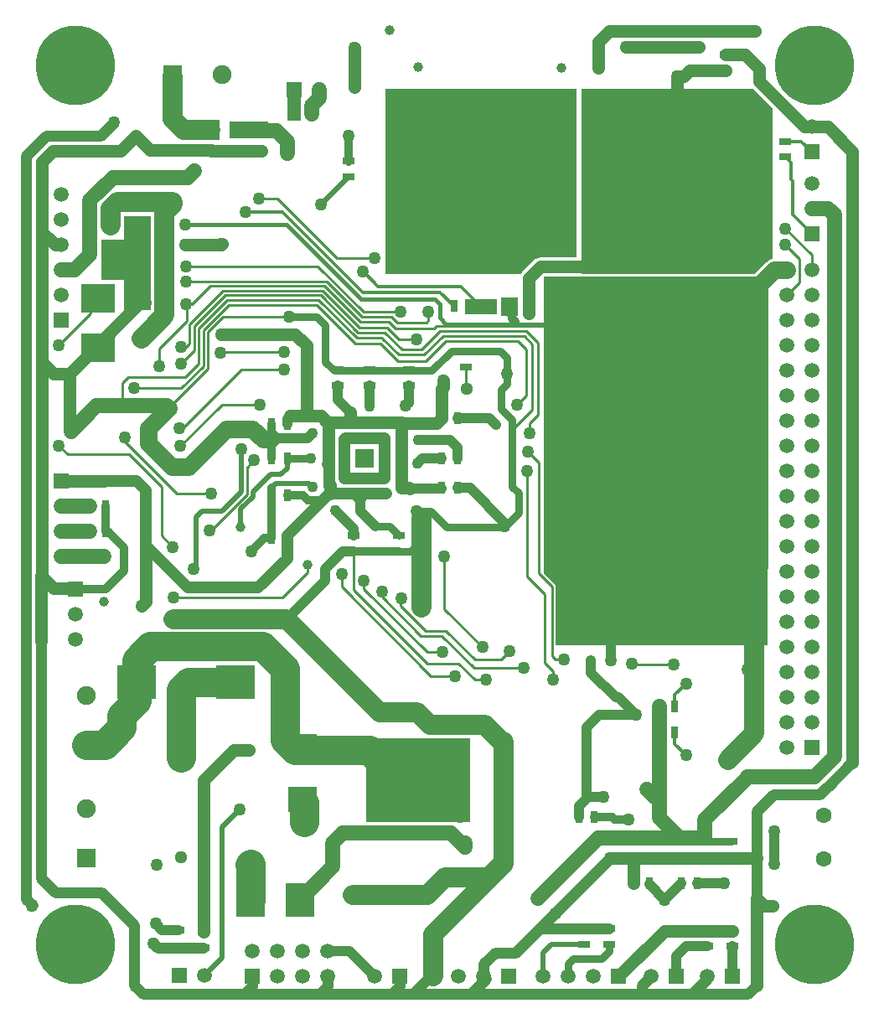
<source format=gbl>
%FSLAX24Y24*%
%MOIN*%
G70*
G01*
G75*
G04 Layer_Physical_Order=2*
G04 Layer_Color=16711680*
%ADD10R,0.0512X0.0315*%
%ADD11R,0.0315X0.0512*%
%ADD12R,0.1378X0.1181*%
%ADD13R,0.1181X0.1378*%
%ADD14R,0.1575X0.1339*%
%ADD15R,0.1142X0.1024*%
%ADD16C,0.0512*%
%ADD17C,0.0394*%
%ADD18C,0.0087*%
%ADD19C,0.0787*%
%ADD20C,0.0591*%
%ADD21C,0.0433*%
%ADD22C,0.0315*%
%ADD23C,0.1181*%
%ADD24C,0.0472*%
%ADD25C,0.0346*%
%ADD26C,0.0197*%
%ADD27C,0.0118*%
%ADD28C,0.0098*%
%ADD29C,0.0157*%
%ADD30C,0.0709*%
%ADD31R,0.1895X0.1648*%
%ADD32R,0.1102X0.3730*%
%ADD33R,0.1519X0.0665*%
%ADD34R,0.0750X0.0750*%
%ADD35R,0.1300X0.0600*%
%ADD36R,0.0669X0.0748*%
%ADD37R,0.0620X0.0792*%
%ADD38R,0.0517X0.1553*%
%ADD39R,0.8944X1.1604*%
%ADD40R,0.1906X0.1516*%
%ADD41R,0.4161X0.3343*%
%ADD42C,0.0394*%
%ADD43R,0.0591X0.0591*%
%ADD44C,0.0591*%
%ADD45R,0.0591X0.0591*%
%ADD46C,0.0748*%
%ADD47R,0.0748X0.0748*%
%ADD48R,0.0748X0.0748*%
%ADD49C,0.0512*%
%ADD50C,0.3150*%
%ADD51C,0.0433*%
%ADD52C,0.0500*%
%ADD53C,0.0630*%
G36*
X49992Y44398D02*
X49988Y44394D01*
X49969Y44374D01*
X41548D01*
Y46723D01*
X41537Y46778D01*
X41505Y46825D01*
X41081Y47250D01*
X41072Y59033D01*
X41074Y59035D01*
X49992D01*
Y44398D01*
D02*
G37*
G36*
X42369Y59806D02*
X40945D01*
X40852Y59794D01*
X40766Y59758D01*
X40692Y59702D01*
X40692Y59702D01*
X40220Y59229D01*
X40163Y59155D01*
X40156Y59139D01*
X34770D01*
Y66521D01*
X42369D01*
Y59806D01*
D02*
G37*
G36*
X50197Y65757D02*
Y59748D01*
X50142Y59741D01*
X50032Y59695D01*
X49938Y59623D01*
X49454Y59139D01*
X42598D01*
Y66521D01*
X49433D01*
X50197Y65757D01*
D02*
G37*
%LPC*%
G36*
X47294Y52576D02*
X47009D01*
Y52292D01*
X47041Y52296D01*
X47126Y52331D01*
X47199Y52387D01*
X47254Y52460D01*
X47289Y52544D01*
X47294Y52576D01*
D02*
G37*
G36*
X46891D02*
X46606D01*
X46611Y52544D01*
X46646Y52460D01*
X46701Y52387D01*
X46774Y52331D01*
X46859Y52296D01*
X46891Y52292D01*
Y52576D01*
D02*
G37*
G36*
X41620Y52294D02*
Y52009D01*
X41904D01*
X41900Y52041D01*
X41865Y52126D01*
X41809Y52199D01*
X41736Y52255D01*
X41651Y52290D01*
X41620Y52294D01*
D02*
G37*
G36*
X47641Y52576D02*
X47356D01*
X47361Y52544D01*
X47396Y52460D01*
X47452Y52387D01*
X47524Y52331D01*
X47609Y52296D01*
X47641Y52292D01*
Y52576D01*
D02*
G37*
G36*
X41904Y52691D02*
X41620D01*
Y52407D01*
X41651Y52411D01*
X41736Y52446D01*
X41809Y52502D01*
X41865Y52574D01*
X41900Y52659D01*
X41904Y52691D01*
D02*
G37*
G36*
X41501D02*
X41217D01*
X41221Y52659D01*
X41256Y52574D01*
X41312Y52502D01*
X41385Y52446D01*
X41470Y52411D01*
X41501Y52407D01*
Y52691D01*
D02*
G37*
G36*
X48044Y52576D02*
X47759D01*
Y52292D01*
X47791Y52296D01*
X47876Y52331D01*
X47948Y52387D01*
X48004Y52460D01*
X48039Y52544D01*
X48044Y52576D01*
D02*
G37*
G36*
X47641Y52194D02*
X47609Y52189D01*
X47524Y52154D01*
X47452Y52098D01*
X47396Y52026D01*
X47361Y51941D01*
X47356Y51909D01*
X47641D01*
Y52194D01*
D02*
G37*
G36*
X47009D02*
Y51909D01*
X47294D01*
X47289Y51941D01*
X47254Y52026D01*
X47199Y52098D01*
X47126Y52154D01*
X47041Y52189D01*
X47009Y52194D01*
D02*
G37*
G36*
X46891D02*
X46859Y52189D01*
X46774Y52154D01*
X46701Y52098D01*
X46646Y52026D01*
X46611Y51941D01*
X46606Y51909D01*
X46891D01*
Y52194D01*
D02*
G37*
G36*
X47759D02*
Y51909D01*
X48044D01*
X48039Y51941D01*
X48004Y52026D01*
X47948Y52098D01*
X47876Y52154D01*
X47791Y52189D01*
X47759Y52194D01*
D02*
G37*
G36*
X41501Y52294D02*
X41470Y52290D01*
X41385Y52255D01*
X41312Y52199D01*
X41256Y52126D01*
X41221Y52041D01*
X41217Y52009D01*
X41501D01*
Y52294D01*
D02*
G37*
G36*
X48509Y52194D02*
Y51909D01*
X48794D01*
X48789Y51941D01*
X48754Y52026D01*
X48699Y52098D01*
X48626Y52154D01*
X48541Y52189D01*
X48509Y52194D01*
D02*
G37*
G36*
X48391D02*
X48359Y52189D01*
X48274Y52154D01*
X48201Y52098D01*
X48146Y52026D01*
X48111Y51941D01*
X48106Y51909D01*
X48391D01*
Y52194D01*
D02*
G37*
G36*
X49141Y53213D02*
X49109Y53209D01*
X49024Y53174D01*
X48952Y53118D01*
X48896Y53045D01*
X48861Y52960D01*
X48856Y52928D01*
X49141D01*
Y53213D01*
D02*
G37*
G36*
X41620Y53094D02*
Y52809D01*
X41904D01*
X41900Y52841D01*
X41865Y52926D01*
X41809Y52999D01*
X41736Y53055D01*
X41651Y53090D01*
X41620Y53094D01*
D02*
G37*
G36*
X41501D02*
X41470Y53090D01*
X41385Y53055D01*
X41312Y52999D01*
X41256Y52926D01*
X41221Y52841D01*
X41217Y52809D01*
X41501D01*
Y53094D01*
D02*
G37*
G36*
X49259Y53213D02*
Y52928D01*
X49544D01*
X49539Y52960D01*
X49504Y53045D01*
X49448Y53118D01*
X49376Y53174D01*
X49291Y53209D01*
X49259Y53213D01*
D02*
G37*
G36*
X41501Y53541D02*
X41217D01*
X41221Y53509D01*
X41256Y53424D01*
X41312Y53352D01*
X41385Y53296D01*
X41470Y53261D01*
X41501Y53257D01*
Y53541D01*
D02*
G37*
G36*
X47294Y53429D02*
X47009D01*
Y53145D01*
X47041Y53149D01*
X47126Y53184D01*
X47199Y53240D01*
X47254Y53313D01*
X47289Y53397D01*
X47294Y53429D01*
D02*
G37*
G36*
X46191D02*
X45906D01*
X45911Y53397D01*
X45946Y53313D01*
X46002Y53240D01*
X46074Y53184D01*
X46159Y53149D01*
X46191Y53145D01*
Y53429D01*
D02*
G37*
G36*
X47299Y52657D02*
X47301Y52635D01*
X47300Y52625D01*
X47339D01*
X47351Y52613D01*
X47349Y52635D01*
X47350Y52646D01*
X47311D01*
X47299Y52657D01*
D02*
G37*
G36*
X49544Y52810D02*
X49259D01*
Y52526D01*
X49291Y52530D01*
X49376Y52565D01*
X49448Y52621D01*
X49504Y52694D01*
X49539Y52778D01*
X49544Y52810D01*
D02*
G37*
G36*
X49141D02*
X48856D01*
X48861Y52778D01*
X48896Y52694D01*
X48952Y52621D01*
X49024Y52565D01*
X49109Y52530D01*
X49141Y52526D01*
Y52810D01*
D02*
G37*
G36*
X46891Y52979D02*
X46859Y52975D01*
X46774Y52940D01*
X46701Y52884D01*
X46646Y52811D01*
X46611Y52726D01*
X46606Y52694D01*
X46891D01*
Y52979D01*
D02*
G37*
G36*
X47759D02*
Y52694D01*
X48044D01*
X48039Y52726D01*
X48004Y52811D01*
X47948Y52884D01*
X47876Y52940D01*
X47791Y52975D01*
X47759Y52979D01*
D02*
G37*
G36*
X47641D02*
X47609Y52975D01*
X47524Y52940D01*
X47452Y52884D01*
X47396Y52811D01*
X47361Y52726D01*
X47356Y52694D01*
X47641D01*
Y52979D01*
D02*
G37*
G36*
X47009D02*
Y52694D01*
X47294D01*
X47289Y52726D01*
X47254Y52811D01*
X47199Y52884D01*
X47126Y52940D01*
X47041Y52975D01*
X47009Y52979D01*
D02*
G37*
G36*
X47639Y50437D02*
X47355D01*
X47359Y50406D01*
X47394Y50321D01*
X47450Y50248D01*
X47523Y50192D01*
X47607Y50157D01*
X47639Y50153D01*
Y50437D01*
D02*
G37*
G36*
X47292D02*
X47007D01*
Y50153D01*
X47039Y50157D01*
X47124Y50192D01*
X47197Y50248D01*
X47253Y50321D01*
X47288Y50406D01*
X47292Y50437D01*
D02*
G37*
G36*
X44767D02*
X44482D01*
X44486Y50406D01*
X44521Y50321D01*
X44577Y50248D01*
X44650Y50192D01*
X44735Y50157D01*
X44767Y50153D01*
Y50437D01*
D02*
G37*
G36*
X48042D02*
X47757D01*
Y50153D01*
X47789Y50157D01*
X47874Y50192D01*
X47947Y50248D01*
X48003Y50321D01*
X48038Y50406D01*
X48042Y50437D01*
D02*
G37*
G36*
X49141D02*
X48856D01*
X48861Y50406D01*
X48896Y50321D01*
X48952Y50248D01*
X49024Y50192D01*
X49109Y50157D01*
X49141Y50153D01*
Y50437D01*
D02*
G37*
G36*
X48792D02*
X48507D01*
Y50153D01*
X48539Y50157D01*
X48624Y50192D01*
X48697Y50248D01*
X48753Y50321D01*
X48788Y50406D01*
X48792Y50437D01*
D02*
G37*
G36*
X48389D02*
X48105D01*
X48109Y50406D01*
X48144Y50321D01*
X48200Y50248D01*
X48273Y50192D01*
X48357Y50157D01*
X48389Y50153D01*
Y50437D01*
D02*
G37*
G36*
X47313Y45518D02*
X47028D01*
Y45234D01*
X47060Y45238D01*
X47070Y45242D01*
X47109Y45211D01*
X47108Y45201D01*
X47393D01*
Y45486D01*
X47361Y45482D01*
X47351Y45478D01*
X47312Y45508D01*
X47313Y45518D01*
D02*
G37*
G36*
X47795Y45083D02*
X47511D01*
Y44798D01*
X47543Y44803D01*
X47627Y44838D01*
X47700Y44894D01*
X47756Y44966D01*
X47791Y45051D01*
X47795Y45083D01*
D02*
G37*
G36*
X47393D02*
X47108D01*
X47112Y45051D01*
X47147Y44966D01*
X47203Y44894D01*
X47276Y44838D01*
X47361Y44803D01*
X47393Y44798D01*
Y45083D01*
D02*
G37*
G36*
X47511Y45486D02*
Y45201D01*
X47795D01*
X47791Y45233D01*
X47756Y45318D01*
X47700Y45391D01*
X47627Y45446D01*
X47543Y45482D01*
X47511Y45486D01*
D02*
G37*
G36*
X47028Y45921D02*
Y45636D01*
X47313D01*
X47309Y45668D01*
X47274Y45753D01*
X47218Y45826D01*
X47145Y45882D01*
X47060Y45917D01*
X47028Y45921D01*
D02*
G37*
G36*
X46910D02*
X46878Y45917D01*
X46794Y45882D01*
X46721Y45826D01*
X46665Y45753D01*
X46630Y45668D01*
X46626Y45636D01*
X46910D01*
Y45921D01*
D02*
G37*
G36*
Y45518D02*
X46626D01*
X46630Y45486D01*
X46665Y45401D01*
X46721Y45329D01*
X46794Y45273D01*
X46878Y45238D01*
X46910Y45234D01*
Y45518D01*
D02*
G37*
G36*
X46891Y51791D02*
X46606D01*
X46611Y51759D01*
X46646Y51674D01*
X46701Y51602D01*
X46774Y51546D01*
X46859Y51511D01*
X46891Y51506D01*
Y51791D01*
D02*
G37*
G36*
X44768Y51451D02*
X44736Y51447D01*
X44651Y51412D01*
X44579Y51356D01*
X44523Y51283D01*
X44488Y51199D01*
X44483Y51167D01*
X44768D01*
Y51451D01*
D02*
G37*
G36*
X49259Y51450D02*
Y51165D01*
X49544D01*
X49539Y51197D01*
X49504Y51282D01*
X49448Y51354D01*
X49376Y51410D01*
X49291Y51445D01*
X49259Y51450D01*
D02*
G37*
G36*
X48794Y51791D02*
X48509D01*
Y51506D01*
X48541Y51511D01*
X48626Y51546D01*
X48699Y51602D01*
X48754Y51674D01*
X48789Y51759D01*
X48794Y51791D01*
D02*
G37*
G36*
X48049Y51872D02*
X48051Y51850D01*
X48044Y51791D01*
X47356D01*
X47349Y51850D01*
X47350Y51861D01*
X47311D01*
X47299Y51872D01*
X47301Y51850D01*
X47294Y51791D01*
X47009D01*
Y51506D01*
X46950Y51499D01*
X46917Y51503D01*
Y51453D01*
X46950Y51457D01*
X47009Y51450D01*
Y51106D01*
X46891D01*
Y51450D01*
X46859Y51445D01*
X46774Y51410D01*
X46701Y51354D01*
X46646Y51282D01*
X46625Y51232D01*
X46575D01*
X46554Y51282D01*
X46498Y51354D01*
X46426Y51410D01*
X46341Y51445D01*
X46309Y51450D01*
Y51106D01*
X46191D01*
Y51450D01*
X46159Y51445D01*
X46074Y51410D01*
X46002Y51354D01*
X45946Y51282D01*
X45930Y51244D01*
X45880D01*
X45865Y51282D01*
X45809Y51354D01*
X45736Y51410D01*
X45651Y51445D01*
X45620Y51450D01*
Y51106D01*
X45501D01*
Y51450D01*
X45470Y51445D01*
X45385Y51410D01*
X45312Y51354D01*
X45256Y51282D01*
X45221Y51197D01*
X45219Y51181D01*
X45169D01*
X45167Y51199D01*
X45132Y51283D01*
X45076Y51356D01*
X45003Y51412D01*
X44918Y51447D01*
X44886Y51451D01*
Y51108D01*
X44827D01*
Y51049D01*
X44483D01*
X44488Y51017D01*
X44523Y50932D01*
X44579Y50859D01*
X44620Y50828D01*
Y50778D01*
X44577Y50745D01*
X44521Y50672D01*
X44486Y50587D01*
X44482Y50556D01*
X44826D01*
Y50497D01*
X44885D01*
Y50153D01*
X44917Y50157D01*
X45001Y50192D01*
X45074Y50248D01*
X45130Y50321D01*
X45165Y50406D01*
X45167Y50422D01*
X45217D01*
X45219Y50406D01*
X45255Y50321D01*
X45310Y50248D01*
X45383Y50192D01*
X45468Y50157D01*
X45500Y50153D01*
Y50497D01*
X45618D01*
Y50153D01*
X45650Y50157D01*
X45735Y50192D01*
X45807Y50248D01*
X45863Y50321D01*
X45879Y50358D01*
X45929D01*
X45944Y50321D01*
X46000Y50248D01*
X46073Y50192D01*
X46157Y50157D01*
X46189Y50153D01*
Y50497D01*
X46307D01*
Y50153D01*
X46339Y50157D01*
X46424Y50192D01*
X46497Y50248D01*
X46553Y50321D01*
X46573Y50371D01*
X46623D01*
X46644Y50321D01*
X46700Y50248D01*
X46773Y50192D01*
X46857Y50157D01*
X46889Y50153D01*
Y50497D01*
X46948D01*
Y50556D01*
X47292D01*
X47300Y50496D01*
X47298Y50486D01*
X47348D01*
X47347Y50496D01*
X47355Y50556D01*
X48042D01*
X48050Y50496D01*
X48048Y50486D01*
X48098D01*
X48097Y50496D01*
X48105Y50556D01*
X48792D01*
X48800Y50496D01*
X48799Y50492D01*
X48849D01*
X48849Y50496D01*
X48856Y50556D01*
X49544D01*
X49539Y50587D01*
X49504Y50672D01*
X49448Y50745D01*
X49376Y50801D01*
Y50802D01*
X49448Y50857D01*
X49504Y50930D01*
X49539Y51015D01*
X49544Y51047D01*
X48856D01*
X48849Y51106D01*
X48850Y51117D01*
X48811D01*
X48799Y51128D01*
X48801Y51106D01*
X48794Y51047D01*
X48450D01*
Y51106D01*
X48391D01*
Y51450D01*
X48450Y51457D01*
X48483Y51453D01*
Y51503D01*
X48450Y51499D01*
X48391Y51506D01*
Y51791D01*
X48106D01*
X48099Y51850D01*
X48100Y51861D01*
X48061D01*
X48049Y51872D01*
D02*
G37*
G36*
X41904Y51891D02*
X41620D01*
Y51607D01*
X41651Y51611D01*
X41736Y51646D01*
X41809Y51702D01*
X41865Y51774D01*
X41900Y51859D01*
X41904Y51891D01*
D02*
G37*
G36*
X41501D02*
X41217D01*
X41221Y51859D01*
X41256Y51774D01*
X41312Y51702D01*
X41385Y51646D01*
X41470Y51611D01*
X41501Y51607D01*
Y51891D01*
D02*
G37*
G36*
X41904Y51041D02*
X41620D01*
Y50757D01*
X41651Y50761D01*
X41736Y50796D01*
X41809Y50852D01*
X41865Y50924D01*
X41900Y51009D01*
X41904Y51041D01*
D02*
G37*
G36*
X41501D02*
X41217D01*
X41221Y51009D01*
X41256Y50924D01*
X41312Y50852D01*
X41385Y50796D01*
X41470Y50761D01*
X41501Y50757D01*
Y51041D01*
D02*
G37*
G36*
X49544Y50437D02*
X49259D01*
Y50153D01*
X49291Y50157D01*
X49376Y50192D01*
X49448Y50248D01*
X49504Y50321D01*
X49539Y50406D01*
X49544Y50437D01*
D02*
G37*
G36*
X41501Y51444D02*
X41470Y51440D01*
X41385Y51405D01*
X41312Y51349D01*
X41256Y51276D01*
X41221Y51191D01*
X41217Y51159D01*
X41501D01*
Y51444D01*
D02*
G37*
G36*
X49141Y51450D02*
X49109Y51445D01*
X49024Y51410D01*
X48952Y51354D01*
X48896Y51282D01*
X48861Y51197D01*
X48856Y51165D01*
X49141D01*
Y51450D01*
D02*
G37*
G36*
X48509D02*
Y51165D01*
X48794D01*
X48789Y51197D01*
X48754Y51282D01*
X48699Y51354D01*
X48626Y51410D01*
X48541Y51445D01*
X48509Y51450D01*
D02*
G37*
G36*
X41620Y51444D02*
Y51159D01*
X41904D01*
X41900Y51191D01*
X41865Y51276D01*
X41809Y51349D01*
X41736Y51405D01*
X41651Y51440D01*
X41620Y51444D01*
D02*
G37*
G36*
X41904Y53541D02*
X41620D01*
Y53257D01*
X41651Y53261D01*
X41736Y53296D01*
X41809Y53352D01*
X41865Y53424D01*
X41900Y53509D01*
X41904Y53541D01*
D02*
G37*
G36*
X41501Y57127D02*
X41470Y57123D01*
X41385Y57088D01*
X41312Y57032D01*
X41256Y56959D01*
X41221Y56874D01*
X41217Y56843D01*
X41501D01*
Y57127D01*
D02*
G37*
G36*
X47294Y56841D02*
X47009D01*
Y56557D01*
X47041Y56561D01*
X47126Y56596D01*
X47199Y56652D01*
X47254Y56724D01*
X47289Y56809D01*
X47294Y56841D01*
D02*
G37*
G36*
X44768D02*
X44483D01*
X44488Y56809D01*
X44523Y56724D01*
X44579Y56652D01*
X44651Y56596D01*
X44736Y56561D01*
X44768Y56557D01*
Y56841D01*
D02*
G37*
G36*
X41620Y57127D02*
Y56843D01*
X41904D01*
X41900Y56874D01*
X41865Y56959D01*
X41809Y57032D01*
X41736Y57088D01*
X41651Y57123D01*
X41620Y57127D01*
D02*
G37*
G36*
X41501Y57491D02*
X41217D01*
X41221Y57459D01*
X41256Y57374D01*
X41312Y57302D01*
X41385Y57246D01*
X41470Y57211D01*
X41501Y57207D01*
Y57491D01*
D02*
G37*
G36*
X47009Y57244D02*
Y56959D01*
X47294D01*
X47289Y56991D01*
X47254Y57076D01*
X47199Y57149D01*
X47126Y57205D01*
X47041Y57240D01*
X47009Y57244D01*
D02*
G37*
G36*
X44768D02*
X44736Y57240D01*
X44651Y57205D01*
X44579Y57149D01*
X44523Y57076D01*
X44488Y56991D01*
X44483Y56959D01*
X44768D01*
Y57244D01*
D02*
G37*
G36*
X41620Y56361D02*
Y56076D01*
X41904D01*
X41900Y56108D01*
X41865Y56193D01*
X41809Y56265D01*
X41736Y56321D01*
X41651Y56356D01*
X41620Y56361D01*
D02*
G37*
G36*
X41501D02*
X41470Y56356D01*
X41385Y56321D01*
X41312Y56265D01*
X41256Y56193D01*
X41221Y56108D01*
X41217Y56076D01*
X41501D01*
Y56361D01*
D02*
G37*
G36*
X47294Y55988D02*
X47009D01*
Y55704D01*
X47041Y55708D01*
X47126Y55743D01*
X47199Y55799D01*
X47254Y55872D01*
X47289Y55956D01*
X47294Y55988D01*
D02*
G37*
G36*
X46891Y56391D02*
X46859Y56387D01*
X46774Y56352D01*
X46701Y56296D01*
X46646Y56223D01*
X46611Y56138D01*
X46606Y56106D01*
X46891D01*
Y56391D01*
D02*
G37*
G36*
X41904Y56724D02*
X41620D01*
Y56440D01*
X41651Y56444D01*
X41736Y56479D01*
X41809Y56535D01*
X41865Y56608D01*
X41900Y56693D01*
X41904Y56724D01*
D02*
G37*
G36*
X41501D02*
X41217D01*
X41221Y56693D01*
X41256Y56608D01*
X41312Y56535D01*
X41385Y56479D01*
X41470Y56444D01*
X41501Y56440D01*
Y56724D01*
D02*
G37*
G36*
X47009Y56391D02*
Y56106D01*
X47294D01*
X47289Y56138D01*
X47254Y56223D01*
X47199Y56296D01*
X47126Y56352D01*
X47041Y56387D01*
X47009Y56391D01*
D02*
G37*
G36*
Y58694D02*
Y58409D01*
X47294D01*
X47289Y58441D01*
X47254Y58526D01*
X47199Y58598D01*
X47126Y58654D01*
X47041Y58689D01*
X47009Y58694D01*
D02*
G37*
G36*
X45620Y58694D02*
Y58350D01*
X45501D01*
Y58694D01*
X45470Y58690D01*
X45385Y58655D01*
X45312Y58599D01*
X45256Y58526D01*
X45221Y58441D01*
X45219Y58424D01*
X45169D01*
X45167Y58441D01*
X45132Y58526D01*
X45076Y58599D01*
X45003Y58655D01*
X44918Y58690D01*
X44886Y58694D01*
Y58350D01*
X44768D01*
Y58694D01*
X44736Y58690D01*
X44651Y58655D01*
X44579Y58599D01*
X44523Y58526D01*
X44488Y58441D01*
X44485Y58424D01*
X44435D01*
X44433Y58441D01*
X44398Y58526D01*
X44342Y58599D01*
X44270Y58655D01*
X44185Y58690D01*
X44153Y58694D01*
Y58350D01*
Y58007D01*
X44185Y58011D01*
X44270Y58046D01*
X44342Y58102D01*
X44398Y58174D01*
X44433Y58259D01*
X44435Y58276D01*
X44485D01*
X44488Y58259D01*
X44523Y58174D01*
X44579Y58102D01*
X44651Y58046D01*
X44701Y58025D01*
Y57975D01*
X44651Y57955D01*
X44579Y57899D01*
X44523Y57826D01*
X44488Y57741D01*
X44483Y57709D01*
X44827D01*
Y57650D01*
X44886D01*
Y57307D01*
X44827Y57299D01*
X44816Y57300D01*
Y57250D01*
X44827Y57252D01*
X44886Y57244D01*
Y56900D01*
Y56557D01*
X44918Y56561D01*
X45003Y56596D01*
X45076Y56652D01*
X45132Y56724D01*
X45167Y56809D01*
X45169Y56826D01*
X45219D01*
X45221Y56809D01*
X45256Y56724D01*
X45312Y56652D01*
X45385Y56596D01*
X45470Y56561D01*
X45501Y56557D01*
Y56900D01*
X45620D01*
Y56557D01*
X45651Y56561D01*
X45736Y56596D01*
X45809Y56652D01*
X45865Y56724D01*
X45880Y56762D01*
X45930D01*
X45946Y56724D01*
X46002Y56652D01*
X46074Y56596D01*
X46159Y56561D01*
X46191Y56557D01*
Y56900D01*
X46309D01*
Y56557D01*
X46341Y56561D01*
X46426Y56596D01*
X46498Y56652D01*
X46554Y56724D01*
X46575Y56774D01*
X46625D01*
X46646Y56724D01*
X46701Y56652D01*
X46774Y56596D01*
X46859Y56561D01*
X46891Y56557D01*
Y56900D01*
Y57244D01*
X46950Y57252D01*
X46961Y57250D01*
Y57300D01*
X46950Y57299D01*
X46891Y57307D01*
Y57650D01*
X46950D01*
Y57709D01*
X47294D01*
X47289Y57741D01*
X47254Y57826D01*
X47199Y57899D01*
X47126Y57955D01*
X47041Y57990D01*
Y58011D01*
X47126Y58046D01*
X47199Y58102D01*
X47254Y58174D01*
X47289Y58259D01*
X47294Y58291D01*
X46950D01*
Y58350D01*
X46891D01*
Y58694D01*
X46859Y58689D01*
X46774Y58654D01*
X46701Y58598D01*
X46646Y58526D01*
X46625Y58476D01*
X46575D01*
X46554Y58526D01*
X46498Y58598D01*
X46426Y58654D01*
X46341Y58689D01*
X46309Y58694D01*
Y58350D01*
X46191D01*
Y58694D01*
X46159Y58689D01*
X46074Y58654D01*
X46002Y58598D01*
X45946Y58526D01*
X45930Y58489D01*
X45880D01*
X45865Y58526D01*
X45809Y58599D01*
X45736Y58655D01*
X45651Y58690D01*
X45620Y58694D01*
D02*
G37*
G36*
X43301Y58291D02*
X43017D01*
X43021Y58259D01*
X43056Y58174D01*
X43112Y58102D01*
X43185Y58046D01*
X43270Y58011D01*
X43301Y58007D01*
Y58291D01*
D02*
G37*
G36*
X41501Y58694D02*
X41470Y58690D01*
X41385Y58655D01*
X41312Y58599D01*
X41256Y58526D01*
X41221Y58441D01*
X41217Y58409D01*
X41501D01*
Y58694D01*
D02*
G37*
G36*
X44035D02*
X44003Y58690D01*
X43918Y58655D01*
X43845Y58599D01*
X43789Y58526D01*
X43754Y58441D01*
X43752Y58424D01*
X43702D01*
X43700Y58441D01*
X43665Y58526D01*
X43609Y58599D01*
X43536Y58655D01*
X43451Y58690D01*
X43420Y58694D01*
Y58350D01*
Y58007D01*
X43451Y58011D01*
X43536Y58046D01*
X43609Y58102D01*
X43665Y58174D01*
X43700Y58259D01*
X43702Y58276D01*
X43752D01*
X43754Y58259D01*
X43789Y58174D01*
X43845Y58102D01*
X43918Y58046D01*
X44003Y58011D01*
X44035Y58007D01*
Y58350D01*
Y58694D01*
D02*
G37*
G36*
X43301D02*
X43270Y58690D01*
X43185Y58655D01*
X43112Y58599D01*
X43056Y58526D01*
X43021Y58441D01*
X43017Y58409D01*
X43301D01*
Y58694D01*
D02*
G37*
G36*
X41620D02*
Y58409D01*
X41904D01*
X41900Y58441D01*
X41865Y58526D01*
X41809Y58599D01*
X41736Y58655D01*
X41651Y58690D01*
X41620Y58694D01*
D02*
G37*
G36*
X47294Y57591D02*
X47009D01*
Y57307D01*
X47041Y57311D01*
X47126Y57346D01*
X47199Y57402D01*
X47254Y57474D01*
X47289Y57559D01*
X47294Y57591D01*
D02*
G37*
G36*
X44768D02*
X44483D01*
X44488Y57559D01*
X44523Y57474D01*
X44579Y57402D01*
X44651Y57346D01*
X44736Y57311D01*
X44768Y57307D01*
Y57591D01*
D02*
G37*
G36*
X41904Y57491D02*
X41620D01*
Y57207D01*
X41651Y57211D01*
X41736Y57246D01*
X41809Y57302D01*
X41865Y57374D01*
X41900Y57459D01*
X41904Y57491D01*
D02*
G37*
G36*
X41501Y57894D02*
X41470Y57890D01*
X41385Y57855D01*
X41312Y57799D01*
X41256Y57726D01*
X41221Y57641D01*
X41217Y57609D01*
X41501D01*
Y57894D01*
D02*
G37*
G36*
X41904Y58291D02*
X41620D01*
Y58007D01*
X41651Y58011D01*
X41736Y58046D01*
X41809Y58102D01*
X41865Y58174D01*
X41900Y58259D01*
X41904Y58291D01*
D02*
G37*
G36*
X41501D02*
X41217D01*
X41221Y58259D01*
X41256Y58174D01*
X41312Y58102D01*
X41385Y58046D01*
X41470Y58011D01*
X41501Y58007D01*
Y58291D01*
D02*
G37*
G36*
X41620Y57894D02*
Y57609D01*
X41904D01*
X41900Y57641D01*
X41865Y57726D01*
X41809Y57799D01*
X41736Y57855D01*
X41651Y57890D01*
X41620Y57894D01*
D02*
G37*
G36*
X46891Y55988D02*
X46606D01*
X46611Y55956D01*
X46646Y55872D01*
X46701Y55799D01*
X46774Y55743D01*
X46859Y55708D01*
X46891Y55704D01*
Y55988D01*
D02*
G37*
G36*
X46191Y54282D02*
X45906D01*
X45911Y54250D01*
X45946Y54166D01*
X46002Y54093D01*
X46074Y54037D01*
X46159Y54002D01*
X46191Y53998D01*
Y54282D01*
D02*
G37*
G36*
X48509Y53984D02*
Y53700D01*
X48794D01*
X48789Y53732D01*
X48754Y53816D01*
X48699Y53889D01*
X48626Y53945D01*
X48541Y53980D01*
X48509Y53984D01*
D02*
G37*
G36*
X48391D02*
X48359Y53980D01*
X48274Y53945D01*
X48201Y53889D01*
X48146Y53816D01*
X48111Y53732D01*
X48106Y53700D01*
X48391D01*
Y53984D01*
D02*
G37*
G36*
X47294Y54282D02*
X47009D01*
Y53998D01*
X47041Y54002D01*
X47126Y54037D01*
X47199Y54093D01*
X47254Y54166D01*
X47289Y54250D01*
X47294Y54282D01*
D02*
G37*
G36*
X46891Y54685D02*
X46859Y54681D01*
X46774Y54646D01*
X46701Y54590D01*
X46646Y54517D01*
X46625Y54467D01*
X46575D01*
X46554Y54517D01*
X46498Y54590D01*
X46426Y54646D01*
X46341Y54681D01*
X46309Y54685D01*
Y54341D01*
Y53998D01*
X46341Y54002D01*
X46426Y54037D01*
X46498Y54093D01*
X46554Y54166D01*
X46575Y54215D01*
X46625D01*
X46646Y54166D01*
X46701Y54093D01*
X46774Y54037D01*
X46859Y54002D01*
X46891Y53998D01*
Y54341D01*
Y54685D01*
D02*
G37*
G36*
X47009D02*
Y54400D01*
X47294D01*
X47289Y54432D01*
X47254Y54517D01*
X47199Y54590D01*
X47126Y54646D01*
X47041Y54681D01*
X47009Y54685D01*
D02*
G37*
G36*
X46191D02*
X46159Y54681D01*
X46074Y54646D01*
X46002Y54590D01*
X45946Y54517D01*
X45911Y54432D01*
X45906Y54400D01*
X46191D01*
Y54685D01*
D02*
G37*
G36*
Y53832D02*
X46159Y53828D01*
X46074Y53793D01*
X46002Y53737D01*
X45946Y53664D01*
X45911Y53579D01*
X45906Y53547D01*
X46191D01*
Y53832D01*
D02*
G37*
G36*
X48794Y53582D02*
X48509D01*
Y53297D01*
X48541Y53301D01*
X48626Y53336D01*
X48699Y53392D01*
X48754Y53465D01*
X48789Y53550D01*
X48794Y53582D01*
D02*
G37*
G36*
X48391D02*
X48106D01*
X48111Y53550D01*
X48146Y53465D01*
X48201Y53392D01*
X48274Y53336D01*
X48359Y53301D01*
X48391Y53297D01*
Y53582D01*
D02*
G37*
G36*
X47009Y53832D02*
Y53547D01*
X47294D01*
X47289Y53579D01*
X47254Y53664D01*
X47199Y53737D01*
X47126Y53793D01*
X47041Y53828D01*
X47009Y53832D01*
D02*
G37*
G36*
X41620Y53944D02*
Y53659D01*
X41904D01*
X41900Y53691D01*
X41865Y53776D01*
X41809Y53849D01*
X41736Y53905D01*
X41651Y53940D01*
X41620Y53944D01*
D02*
G37*
G36*
X41501D02*
X41470Y53940D01*
X41385Y53905D01*
X41312Y53849D01*
X41256Y53776D01*
X41221Y53691D01*
X41217Y53659D01*
X41501D01*
Y53944D01*
D02*
G37*
G36*
X46891Y53832D02*
X46859Y53828D01*
X46774Y53793D01*
X46701Y53737D01*
X46646Y53664D01*
X46625Y53614D01*
X46575D01*
X46554Y53664D01*
X46498Y53737D01*
X46426Y53793D01*
X46341Y53828D01*
X46309Y53832D01*
Y53488D01*
Y53145D01*
X46341Y53149D01*
X46426Y53184D01*
X46498Y53240D01*
X46554Y53313D01*
X46575Y53363D01*
X46625D01*
X46646Y53313D01*
X46701Y53240D01*
X46774Y53184D01*
X46859Y53149D01*
X46891Y53145D01*
Y53488D01*
Y53832D01*
D02*
G37*
G36*
X41620Y55594D02*
Y55309D01*
X41904D01*
X41900Y55341D01*
X41865Y55426D01*
X41809Y55499D01*
X41736Y55555D01*
X41651Y55590D01*
X41620Y55594D01*
D02*
G37*
G36*
X41501D02*
X41470Y55590D01*
X41385Y55555D01*
X41312Y55499D01*
X41256Y55426D01*
X41221Y55341D01*
X41217Y55309D01*
X41501D01*
Y55594D01*
D02*
G37*
G36*
X47009Y55538D02*
Y55253D01*
X47294D01*
X47289Y55285D01*
X47254Y55370D01*
X47199Y55443D01*
X47126Y55499D01*
X47041Y55534D01*
X47009Y55538D01*
D02*
G37*
G36*
X49507Y55819D02*
X49475Y55815D01*
X49390Y55780D01*
X49317Y55724D01*
X49261Y55651D01*
X49226Y55567D01*
X49222Y55535D01*
X49507D01*
Y55819D01*
D02*
G37*
G36*
X41904Y55958D02*
X41620D01*
Y55673D01*
X41651Y55677D01*
X41736Y55713D01*
X41809Y55768D01*
X41865Y55841D01*
X41900Y55926D01*
X41904Y55958D01*
D02*
G37*
G36*
X41501D02*
X41217D01*
X41221Y55926D01*
X41256Y55841D01*
X41312Y55768D01*
X41385Y55713D01*
X41470Y55677D01*
X41501Y55673D01*
Y55958D01*
D02*
G37*
G36*
X49625Y55819D02*
Y55535D01*
X49909D01*
X49905Y55567D01*
X49870Y55651D01*
X49814Y55724D01*
X49741Y55780D01*
X49657Y55815D01*
X49625Y55819D01*
D02*
G37*
G36*
X41501Y55191D02*
X41217D01*
X41221Y55159D01*
X41256Y55074D01*
X41312Y55002D01*
X41385Y54946D01*
X41470Y54911D01*
X41501Y54907D01*
Y55191D01*
D02*
G37*
G36*
X47294Y55135D02*
X47009D01*
Y54851D01*
X47041Y54855D01*
X47126Y54890D01*
X47199Y54946D01*
X47254Y55019D01*
X47289Y55103D01*
X47294Y55135D01*
D02*
G37*
G36*
X46891D02*
X46606D01*
X46611Y55103D01*
X46646Y55019D01*
X46701Y54946D01*
X46774Y54890D01*
X46859Y54855D01*
X46891Y54851D01*
Y55135D01*
D02*
G37*
G36*
X41904Y55191D02*
X41620D01*
Y54907D01*
X41651Y54911D01*
X41736Y54946D01*
X41809Y55002D01*
X41865Y55074D01*
X41900Y55159D01*
X41904Y55191D01*
D02*
G37*
G36*
X46891Y55538D02*
X46859Y55534D01*
X46774Y55499D01*
X46701Y55443D01*
X46646Y55370D01*
X46611Y55285D01*
X46606Y55253D01*
X46891D01*
Y55538D01*
D02*
G37*
G36*
X49909Y55417D02*
X49625D01*
Y55132D01*
X49657Y55136D01*
X49741Y55171D01*
X49814Y55227D01*
X49870Y55300D01*
X49905Y55385D01*
X49909Y55417D01*
D02*
G37*
G36*
X49507D02*
X49222D01*
X49226Y55385D01*
X49261Y55300D01*
X49317Y55227D01*
X49390Y55171D01*
X49475Y55136D01*
X49507Y55132D01*
Y55417D01*
D02*
G37*
%LPD*%
D10*
X50700Y63800D02*
D03*
Y64430D02*
D03*
X27556Y32995D02*
D03*
Y32365D02*
D03*
X26556Y32415D02*
D03*
Y33045D02*
D03*
X27850Y64690D02*
D03*
Y64060D02*
D03*
X28848Y64690D02*
D03*
Y64060D02*
D03*
X29846Y64690D02*
D03*
Y64060D02*
D03*
X48307Y67244D02*
D03*
Y67874D02*
D03*
X46400Y36591D02*
D03*
Y35961D02*
D03*
X47475Y36000D02*
D03*
Y36630D02*
D03*
X48550Y36591D02*
D03*
Y35961D02*
D03*
X47600Y32400D02*
D03*
Y33030D02*
D03*
X48600Y32400D02*
D03*
Y33030D02*
D03*
X42700Y33115D02*
D03*
Y32485D02*
D03*
X33503Y48736D02*
D03*
Y48106D02*
D03*
X35330Y48736D02*
D03*
Y48106D02*
D03*
X34142Y54713D02*
D03*
Y55343D02*
D03*
X32880Y54713D02*
D03*
Y55343D02*
D03*
X35730Y54713D02*
D03*
Y55343D02*
D03*
X37980Y56090D02*
D03*
Y55460D02*
D03*
X33320Y63012D02*
D03*
Y63642D02*
D03*
X43700Y33115D02*
D03*
Y32485D02*
D03*
D11*
X23650Y48900D02*
D03*
X23020D02*
D03*
X44650Y34900D02*
D03*
X45280D02*
D03*
X46550D02*
D03*
X47180D02*
D03*
X43102Y37547D02*
D03*
X42472D02*
D03*
X46300Y40900D02*
D03*
X45670D02*
D03*
X46300Y41950D02*
D03*
X45670D02*
D03*
X23650Y49900D02*
D03*
X23020D02*
D03*
X37031Y53400D02*
D03*
X37661D02*
D03*
X37031Y51809D02*
D03*
X37661D02*
D03*
X30880Y50340D02*
D03*
X30250D02*
D03*
X30880Y51812D02*
D03*
X30250D02*
D03*
X37031Y50640D02*
D03*
X37661D02*
D03*
X30880Y53190D02*
D03*
X30250D02*
D03*
X30880Y48640D02*
D03*
X30250D02*
D03*
X39055Y57874D02*
D03*
X39685D02*
D03*
X37504D02*
D03*
X38134D02*
D03*
X31861Y65515D02*
D03*
X31232D02*
D03*
X25218Y58000D02*
D03*
X25848D02*
D03*
D12*
X23367Y58183D02*
D03*
Y56215D02*
D03*
D13*
X31384Y34250D02*
D03*
X29416D02*
D03*
D14*
X28819Y42900D02*
D03*
X24881D02*
D03*
D15*
X31500Y38237D02*
D03*
Y40363D02*
D03*
D16*
X32217Y53503D02*
X32530Y53190D01*
X31643Y53500D02*
X31965D01*
X32530Y51640D02*
Y53190D01*
X25427Y64073D02*
X27837D01*
X24850Y64650D02*
X25427Y64073D01*
X21117Y63617D02*
X21550Y64050D01*
X21117Y60831D02*
Y63617D01*
Y60831D02*
X21647Y60300D01*
X21100Y47150D02*
X21118Y47168D01*
X22210Y52940D02*
X22269Y52881D01*
X35430Y52490D02*
Y53200D01*
X36831D01*
X37031Y53400D01*
Y54581D02*
X37100Y54650D01*
X37031Y53400D02*
Y54581D01*
X37100Y54650D02*
Y54900D01*
X32530Y53190D02*
X32580Y53240D01*
X35030D02*
X35430D01*
X33380D02*
Y53640D01*
X32568Y50751D02*
X32580Y50740D01*
X44050Y31200D02*
X45880Y33030D01*
X47600D01*
X48600D01*
X28750Y40200D02*
X29350D01*
X28848Y64060D02*
X29846D01*
X27850D02*
X28848D01*
X43726Y35926D02*
X44650D01*
Y34900D02*
Y35926D01*
X49550Y30850D02*
Y34312D01*
X49862Y34000D01*
X50200D01*
X53324Y39700D02*
X53350D01*
X51750Y65000D02*
X52382D01*
X49076Y67874D02*
X49650Y67300D01*
X21900Y50900D02*
X23600D01*
X21100Y44550D02*
Y47150D01*
X21600Y46650D01*
X32580Y50428D02*
Y50450D01*
X35730Y50640D02*
X35742Y50628D01*
X35430Y50640D02*
Y52490D01*
Y50640D02*
X35730D01*
X27837Y64073D02*
X27850Y64060D01*
X21647Y60300D02*
X21900D01*
X21550Y64050D02*
X24250D01*
X24850Y64650D01*
X48307Y67874D02*
X49076D01*
X43250Y68376D02*
X43693Y68819D01*
X44350Y68169D02*
X47264D01*
X43693Y68819D02*
X49488D01*
X46378Y67000D02*
X46650D01*
X46894Y67244D01*
X48307D01*
X25100Y45950D02*
X25250Y46100D01*
X33566Y66581D02*
Y68153D01*
X24935Y58000D02*
X25218D01*
X24920Y58016D02*
X24935Y58000D01*
X24920Y58016D02*
Y58808D01*
X24714Y59014D02*
X24920Y58808D01*
X49650Y66810D02*
X51460Y65000D01*
X49650Y66810D02*
Y67300D01*
X51460Y65000D02*
X51750D01*
X52382D02*
X53350Y64032D01*
X22210Y52940D02*
Y55187D01*
X21594D02*
X22210D01*
X21124Y55657D02*
X21594Y55187D01*
X27556Y39006D02*
X28750Y40200D01*
X27556Y32995D02*
Y39006D01*
X46378Y60394D02*
Y67000D01*
X40472Y58976D02*
X40945Y59449D01*
X40472Y57598D02*
Y58976D01*
X40945Y59449D02*
X45433D01*
X46378Y60394D01*
X21118Y47168D02*
Y60787D01*
X31198Y56755D02*
X31643Y56311D01*
X28236Y56755D02*
X31198D01*
X30994Y53503D02*
X31643D01*
X32217D01*
X31643Y53500D02*
Y53503D01*
Y56311D01*
X32580Y53240D02*
X33380D01*
X35030D01*
X35430Y53200D02*
Y53240D01*
X28249Y60313D02*
X28276Y60340D01*
X26820Y60313D02*
X28249D01*
X25250Y46100D02*
Y48352D01*
X21600Y46650D02*
X22450D01*
X22210Y55187D02*
X24935Y57913D01*
Y58000D01*
X44650Y35926D02*
X49550D01*
X53350Y39700D02*
Y64032D01*
X43250Y67350D02*
Y68376D01*
D17*
X30880Y53389D02*
X30994Y53503D01*
X31700Y52600D02*
X31900Y52800D01*
X45900Y34250D02*
X46550Y34900D01*
X45280Y34870D02*
X45900Y34250D01*
X47180Y34900D02*
X48250D01*
X44050Y42300D02*
X44750Y41600D01*
X43300D02*
X44750D01*
X33780Y49706D02*
X34380Y49106D01*
X32880Y54140D02*
Y54713D01*
Y54140D02*
X33380Y53640D01*
X35730Y54030D02*
Y54713D01*
X35742Y50628D02*
X37019D01*
X37661Y53400D02*
X38935D01*
X33780Y49706D02*
Y50190D01*
X34148Y53874D02*
Y54713D01*
X50260Y35677D02*
Y36976D01*
X38935Y53400D02*
X39185Y53150D01*
X46350Y31200D02*
Y32000D01*
X46750Y32400D01*
X47600D01*
X48600Y31200D02*
Y32400D01*
X32500Y32200D02*
X33359D01*
X34351Y31208D01*
X32376Y47411D02*
X33071Y48106D01*
X33503D01*
X30500Y52600D02*
X31700D01*
X38140Y50640D02*
X39516Y49264D01*
X36100Y52550D02*
X37344D01*
X37661Y50640D02*
X38140D01*
X37661Y51809D02*
Y52233D01*
X37344Y52550D02*
X37661Y52233D01*
X32773Y49745D02*
X33503Y49015D01*
Y48736D02*
Y49015D01*
X30880Y53190D02*
Y53389D01*
X36242Y51809D02*
X37031D01*
X36063Y51630D02*
X36242Y51809D01*
X25900Y33050D02*
X26551D01*
X25650Y33300D02*
X25900Y33050D01*
X42800Y41100D02*
X43300Y41600D01*
X42472Y37547D02*
Y37972D01*
X42800Y38350D02*
Y41100D01*
X42472Y37972D02*
X42850Y38350D01*
X43450D01*
X43936Y42300D02*
X44050D01*
X42965Y43272D02*
X43936Y42300D01*
X42965Y43272D02*
Y43783D01*
X43752Y43791D02*
Y44579D01*
X32376Y46963D02*
Y47411D01*
X30836Y45423D02*
X32376Y46963D01*
D18*
X35315Y55935D02*
X36332D01*
X34660Y56589D02*
X35315Y55935D01*
X34659Y56589D02*
X34660D01*
X34648Y56600D02*
X34659Y56589D01*
X34576Y56385D02*
X35287Y55673D01*
X36396D01*
X35243Y57206D02*
X36406D01*
X35010Y57439D02*
X35243Y57206D01*
X35176Y56983D02*
X36724D01*
X34925Y57235D02*
X35176Y56983D01*
X35319Y56551D02*
X36003D01*
X34840Y57030D02*
X35319Y56551D01*
X35441Y56140D02*
X36219D01*
X34756Y56825D02*
X35441Y56140D01*
X26850Y58846D02*
Y58850D01*
X40421Y47112D02*
X41121Y46413D01*
X23057Y57873D02*
X23367Y58183D01*
X23057Y57569D02*
Y57873D01*
X21793Y56306D02*
X23057Y57569D01*
X21793Y52331D02*
X22152Y51972D01*
X24576D01*
X25875Y50674D01*
Y48754D02*
Y50674D01*
Y48754D02*
X26330Y48298D01*
X36219Y56140D02*
X36961Y56882D01*
X36724Y56983D02*
X36827Y57087D01*
X36406Y57206D02*
X36500Y57300D01*
X37120Y45830D02*
Y47915D01*
X44600Y43650D02*
X44650Y43600D01*
X46250D01*
X37980Y54640D02*
X38030Y54590D01*
X35600Y53900D02*
X35730Y54030D01*
X37019Y50628D02*
X37031Y50640D01*
X37980Y54640D02*
Y55460D01*
X41250Y51950D02*
X41560D01*
X31844Y50725D02*
X31880Y50690D01*
X33503Y48106D02*
X33508D01*
X32100Y50150D02*
X32580Y50630D01*
X35406Y55382D02*
X35494D01*
X39685Y57665D02*
Y57874D01*
X26700Y58846D02*
X26850D01*
X36500Y57300D02*
Y57650D01*
X26850Y57950D02*
X26950D01*
X36332Y55935D02*
X37074Y56677D01*
X36396Y55673D02*
X37195Y56472D01*
X37074Y56677D02*
X40308D01*
X36961Y56882D02*
X40393D01*
X36827Y57087D02*
X41257D01*
X37195Y56472D02*
X40038D01*
X41257Y57087D02*
X41560Y56784D01*
X40393Y56882D02*
X40858Y56417D01*
X40528Y53210D02*
X40858Y53540D01*
Y56417D01*
X40622Y53750D02*
Y56363D01*
X40308Y56677D02*
X40622Y56363D01*
X40021Y53959D02*
X40369Y54307D01*
Y56141D01*
X40038Y56472D02*
X40369Y56141D01*
X40528Y52820D02*
Y53210D01*
X39862Y52990D02*
X40622Y53750D01*
X39823Y53028D02*
X39862Y52990D01*
X22269Y52881D02*
Y53163D01*
X23367Y56215D02*
X23841Y55741D01*
X24388Y52514D02*
Y52659D01*
Y52514D02*
X26501Y50402D01*
X40456Y52074D02*
X40876Y51653D01*
Y47250D02*
Y51653D01*
Y47250D02*
X41403Y46723D01*
X40421Y47112D02*
Y51327D01*
X37120Y45830D02*
X38650Y44300D01*
X33910Y57650D02*
X35400D01*
X33859Y57439D02*
X35010D01*
X33601Y56385D02*
X34576D01*
X33647Y56600D02*
X34648D01*
X33684Y56825D02*
X34756D01*
X33741Y57030D02*
X34840D01*
X33798Y57235D02*
X34925D01*
X26850Y57950D02*
X26855Y57955D01*
X26560Y53019D02*
X26725D01*
X26630Y52318D02*
X28271Y53959D01*
X29279Y50393D02*
Y51461D01*
X29552Y51735D01*
X27789Y48961D02*
X27848D01*
X29279Y50393D01*
X26501Y50402D02*
X27868D01*
X32057Y57929D02*
X33601Y56385D01*
X32133Y58114D02*
X33647Y56600D01*
X32210Y58299D02*
X33684Y56825D01*
X32287Y58484D02*
X33741Y57030D01*
X26850Y59464D02*
X32096D01*
X33910Y57650D01*
X32850Y59775D02*
X34344D01*
X29759Y62156D02*
X30470D01*
X32850Y59775D01*
X26855Y57955D02*
X27098D01*
X28204Y56018D02*
X28251Y56065D01*
X24388Y52659D02*
X24413D01*
X24568Y55041D02*
X26808D01*
X24330Y54803D02*
X24568Y55041D01*
X24330Y53922D02*
Y54803D01*
X24787Y54599D02*
X26656D01*
X24770Y54616D02*
X24787Y54599D01*
X50700Y60300D02*
X51250Y59750D01*
X51750Y59300D02*
Y59900D01*
X50700Y60950D02*
X51750Y59900D01*
X50700Y60950D02*
Y61050D01*
X41403Y43947D02*
Y46723D01*
Y43947D02*
X41550Y43800D01*
X41900D01*
X41121Y43679D02*
Y46413D01*
Y43679D02*
X41450Y43350D01*
Y43000D02*
Y43350D01*
X39383Y43800D02*
X39721Y44138D01*
X34642Y46308D02*
Y46504D01*
X38350Y43800D02*
X39383D01*
X34642Y46308D02*
X36185Y44765D01*
X38316Y43484D02*
X40294D01*
X35400Y45950D02*
Y46250D01*
X33925Y46625D02*
Y46941D01*
Y46625D02*
X36450Y44100D01*
X37700Y43650D02*
X38350Y43000D01*
X38800D01*
X33051Y46699D02*
Y47232D01*
Y46699D02*
X36600Y43150D01*
X37550D01*
X33508Y46592D02*
X36450Y43650D01*
X37700D01*
X36450Y44100D02*
X37050D01*
X35400Y45950D02*
X36400Y44950D01*
X37200D01*
X38350Y43800D01*
X37035Y44765D02*
X38316Y43484D01*
X36185Y44765D02*
X37035D01*
X26656Y54599D02*
X27546Y55489D01*
X26808Y55041D02*
X27361Y55594D01*
X26725Y53019D02*
X29056Y55350D01*
X28251Y56065D02*
X30767D01*
X28271Y53959D02*
X29783D01*
X29056Y55350D02*
X30756D01*
X32444Y58854D02*
X33859Y57439D01*
X32363Y58669D02*
X33798Y57235D01*
X27098Y57955D02*
X27812Y58669D01*
X32363D01*
X26650Y56250D02*
X26754Y56146D01*
X26850Y58850D02*
X27731D01*
X27735Y58854D01*
X32444D01*
X26754Y56146D02*
X26991Y56383D01*
X26650Y55573D02*
X27176Y56099D01*
X25783Y55482D02*
Y56197D01*
X26991Y56383D02*
Y57144D01*
X27176Y56099D02*
Y57067D01*
X27361Y55594D02*
Y56990D01*
X27546Y55489D02*
Y56914D01*
X27731Y55385D02*
Y56837D01*
X25783Y56197D02*
X26881Y57296D01*
Y57881D01*
X28331Y58484D02*
X32287D01*
X28408Y58299D02*
X32210D01*
X28484Y58114D02*
X32133D01*
X28561Y57929D02*
X32057D01*
X28332Y57438D02*
X30968D01*
X26991Y57144D02*
X28331Y58484D01*
X27176Y57067D02*
X28408Y58299D01*
X27361Y56990D02*
X28484Y58114D01*
X27546Y56914D02*
X28561Y57929D01*
X27731Y56837D02*
X28332Y57438D01*
X50750Y58300D02*
X51250Y58800D01*
Y59722D01*
X31669Y47289D02*
Y47579D01*
X26362Y46291D02*
X30671D01*
X31669Y47289D01*
X33508Y46592D02*
Y48106D01*
X26165Y53819D02*
X27731Y55385D01*
X26881Y57881D02*
X26950Y57950D01*
X39516Y49094D02*
Y49264D01*
D19*
X26001Y61589D02*
X26331Y61919D01*
Y62001D01*
X49461Y41712D02*
Y44665D01*
X26328Y65308D02*
Y67011D01*
X25080Y56582D02*
X25589Y57091D01*
X26328Y65308D02*
X26760Y64876D01*
X27834D01*
X24105Y62001D02*
X26331D01*
X23838Y61734D02*
X24105Y62001D01*
X23838Y61077D02*
Y61734D01*
X49461Y40868D02*
Y41712D01*
X48405Y39811D02*
X49461Y40868D01*
X36229Y45894D02*
Y49414D01*
X36693Y32883D02*
X39502Y35692D01*
X25589Y57091D02*
X26001Y57503D01*
Y61589D01*
X39502Y35692D02*
Y35751D01*
Y40548D01*
X30836Y45423D02*
X33809Y42450D01*
X30831Y45429D02*
X30836Y45423D01*
X26364D02*
X30836D01*
X38901Y35150D02*
X39502Y35751D01*
X37150Y35150D02*
X38901D01*
X36450Y34450D02*
X37150Y35150D01*
X33500Y34450D02*
X36450D01*
X36693Y31200D02*
Y32883D01*
X39402Y40548D02*
X39502D01*
X38750Y41200D02*
X39402Y40548D01*
X36550Y41200D02*
X38750D01*
X33809Y42450D02*
X34559Y41700D01*
X36050D01*
X36550Y41200D01*
D20*
X23031Y62069D02*
X23939Y62977D01*
X45670Y38350D02*
Y40900D01*
Y37530D02*
Y38350D01*
X45500D02*
X45670D01*
X45200Y38650D02*
X45500Y38350D01*
X45670Y37530D02*
X46500Y36700D01*
X45670Y40900D02*
Y41950D01*
X51750Y61750D02*
X52400D01*
X30900Y63950D02*
Y64400D01*
X30450Y64850D02*
X30900Y64400D01*
X21900Y48900D02*
X23020D01*
X52400Y61750D02*
X52642Y61508D01*
X47496Y36700D02*
Y37449D01*
X52642Y39942D02*
Y61508D01*
X51861Y39161D02*
X52642Y39942D01*
X40850Y34300D02*
X43250Y36700D01*
X34200Y36900D02*
X37400D01*
X21900Y47900D02*
X23600D01*
X21900Y49900D02*
X23020D01*
X21900Y59300D02*
X22420D01*
X23031Y59910D01*
Y62069D01*
X31861Y65515D02*
Y65841D01*
X32156Y66135D01*
Y66490D01*
X29846Y64850D02*
X30450D01*
X46500Y36700D02*
X47496D01*
X22269Y52881D02*
X23302Y53915D01*
X49201Y39161D02*
X51861D01*
X47496Y37449D02*
X49209Y39161D01*
X43250Y36700D02*
X46500D01*
X23302Y53915D02*
X26069D01*
X26160Y53824D01*
X33100Y36900D02*
X34200D01*
X26909Y62977D02*
X27186Y63254D01*
X23939Y62977D02*
X26909D01*
X32700Y36500D02*
X33100Y36900D01*
X32700Y35566D02*
Y36500D01*
X31384Y34250D02*
X32700Y35566D01*
X37950Y36350D02*
Y36500D01*
X37400Y36900D02*
X37950Y36350D01*
D21*
X20502Y63852D02*
X21291Y64641D01*
X23441D02*
X23996Y65196D01*
X21291Y64641D02*
X23441D01*
X25550Y32500D02*
X25705Y32345D01*
X24800Y30850D02*
X25148Y30502D01*
X29202D01*
X32202D01*
X29202D02*
X29500Y30800D01*
Y31200D01*
X32202Y30502D02*
X32500Y30800D01*
Y31200D01*
X32202Y30502D02*
X35052D01*
X35351Y30801D02*
Y31208D01*
X35052Y30502D02*
X35351Y30801D01*
X38700Y31200D02*
Y31700D01*
X39150Y32150D01*
X39950D01*
X40950Y33100D02*
X42685D01*
X42700Y33115D01*
X43700D01*
X45000Y30502D02*
Y30850D01*
Y30502D02*
X47000D01*
X45000Y30850D02*
X45350Y31200D01*
X47000Y30502D02*
X47600Y31102D01*
X47000Y30502D02*
X49202D01*
X47600Y31102D02*
Y31200D01*
X49202Y30502D02*
X49550Y30850D01*
Y34312D02*
Y35926D01*
X52059Y38465D02*
X52351Y38756D01*
X52381D01*
X53324Y39700D01*
X49550Y35926D02*
Y37794D01*
X50220Y38465D01*
X52059D01*
X24800Y30850D02*
Y33250D01*
X23500Y34550D02*
X24800Y33250D01*
X21650Y34550D02*
X23500D01*
X21100Y35100D02*
X21650Y34550D01*
X21100Y35100D02*
Y44550D01*
X38180Y30502D02*
X45000D01*
X35052D02*
X35950D01*
X38180D01*
X35950D02*
Y30586D01*
X20502Y34295D02*
X20744Y34053D01*
X25705Y32345D02*
X27556D01*
X20502Y34295D02*
Y63852D01*
X35950Y30586D02*
X36632Y31268D01*
X38180Y30502D02*
X38789Y31111D01*
X39950Y32150D02*
X43726Y35926D01*
D22*
X39621Y55180D02*
Y55808D01*
X39339Y56090D02*
X39621Y55808D01*
X37980Y56090D02*
X39339D01*
X39823Y53028D02*
Y53360D01*
X39392Y53791D02*
X39823Y53360D01*
X39392Y53791D02*
Y54550D01*
X39621Y54778D01*
X40070Y49648D02*
Y50441D01*
X39823Y50687D02*
X40070Y50441D01*
X39823Y50687D02*
Y53028D01*
X34380Y49106D02*
X34960D01*
X35330Y48736D01*
X30880Y51812D02*
X31830D01*
X47606Y36591D02*
X48550D01*
X43700Y32200D02*
Y32485D01*
X43400Y31900D02*
X43700Y32200D01*
X42250Y31900D02*
X43400D01*
X42050Y31700D02*
X42250Y31900D01*
X42050Y31200D02*
Y31700D01*
X43803Y37547D02*
X43900Y37450D01*
X35330Y48106D02*
X35780D01*
X36030Y48356D01*
Y49706D01*
X47496Y36700D02*
X47606Y36591D01*
X36635Y55300D02*
X37424Y56090D01*
X36030Y49706D02*
X36594D01*
X37206Y49094D01*
X39516D02*
X40070Y49648D01*
X37424Y56090D02*
X37980D01*
X39621Y54778D02*
Y55180D01*
X30968Y57438D02*
X32040D01*
X32377Y57101D01*
Y55663D02*
Y57101D01*
Y55663D02*
X32740Y55300D01*
X36635D01*
X37206Y49094D02*
X39516D01*
D23*
X30800Y41550D02*
Y42550D01*
X24881Y42172D02*
Y42900D01*
X24300Y41591D02*
X24881Y42172D01*
X29416Y34250D02*
Y35666D01*
X31550Y37350D02*
Y38100D01*
X29400Y35650D02*
X29416Y35666D01*
X26650Y39900D02*
Y42600D01*
X26950Y42900D01*
X28819D01*
X24881D02*
Y43798D01*
X30800Y42550D02*
Y43434D01*
Y40600D02*
Y41550D01*
Y40600D02*
X31200Y40200D01*
X34150D01*
X34400Y39950D01*
X29894Y44340D02*
X30800Y43434D01*
X24881Y43798D02*
X25424Y44340D01*
X29894D01*
X24300Y41100D02*
Y41591D01*
X23620Y40420D02*
X24300Y41100D01*
X22880Y40420D02*
X23620D01*
D24*
X23600Y50900D02*
X24900D01*
X25250Y50550D01*
Y48100D02*
Y50550D01*
X33542Y50428D02*
X33780Y50190D01*
X32480Y51590D02*
X32530Y51640D01*
X32568Y51678D01*
X33167Y51026D02*
Y52583D01*
Y51026D02*
X34744D01*
Y52603D01*
X33187D02*
X34744D01*
X30880Y48640D02*
Y48750D01*
X32580Y50450D01*
Y50630D01*
Y50740D01*
X34830Y50406D02*
Y50428D01*
X30880Y47830D02*
Y48640D01*
X32580Y50428D02*
X33542D01*
X32568Y50751D02*
Y51678D01*
X33542Y50428D02*
X34830D01*
X25250Y48352D02*
X26933Y46669D01*
X29719D01*
X30880Y47830D01*
D25*
X24400Y47350D02*
Y48250D01*
X23750Y48900D02*
X24400Y48250D01*
X31700Y50150D02*
X32100D01*
X31510Y50340D02*
X31700Y50150D01*
X30880Y50340D02*
X31510D01*
X30250Y48640D02*
Y50340D01*
X33508Y48106D02*
X35330D01*
X30250Y52850D02*
Y53190D01*
Y52850D02*
X30500Y52600D01*
X43102Y37547D02*
X43803D01*
X43900Y37450D02*
X44450D01*
X23650Y48900D02*
Y49900D01*
X22450Y46600D02*
X23650D01*
X24400Y47350D01*
X39826Y57376D02*
X39961Y57241D01*
X30250Y51812D02*
Y52350D01*
X30500Y52600D01*
X39826Y57376D02*
Y57524D01*
X39685Y57665D02*
X39826Y57524D01*
X29949Y48640D02*
X30250D01*
X29436Y48126D02*
X29949Y48640D01*
X29436Y48102D02*
Y48126D01*
X33333Y63642D02*
Y64652D01*
Y63603D02*
Y63642D01*
X30250Y50340D02*
Y50648D01*
D26*
X27254Y49496D02*
X27486Y49728D01*
X27254Y47504D02*
Y49496D01*
X27150Y47400D02*
X27254Y47504D01*
X29846Y64850D02*
Y64946D01*
Y64690D02*
Y64850D01*
X28848Y64690D02*
X29846D01*
Y64946D02*
X29850Y64950D01*
X30880Y51430D02*
Y51812D01*
X41385Y32485D02*
X42700D01*
X41050Y32150D02*
X41385Y32485D01*
X41050Y31200D02*
Y32150D01*
X30633Y51183D02*
X30880Y51430D01*
X27600Y31250D02*
X28300Y31950D01*
Y37150D01*
X32207Y61899D02*
X33320Y63012D01*
X30250Y50648D02*
X30425Y50823D01*
X31747D01*
X30228Y51183D02*
X30633D01*
X27486Y49728D02*
X28274D01*
X29039Y50492D01*
Y52203D01*
X29030Y49085D02*
Y49805D01*
X29519Y50293D01*
Y50474D01*
X30228Y51183D01*
X28300Y37150D02*
X29000Y37850D01*
D27*
X45280Y34870D02*
Y34900D01*
X46300Y41950D02*
Y42400D01*
X46750Y42850D01*
X46300Y40450D02*
Y40900D01*
Y40450D02*
X46750Y40000D01*
X51320Y64430D02*
X51750Y64000D01*
X50700Y64430D02*
X51320D01*
X50700Y63800D02*
X50909Y63591D01*
X50996Y61504D02*
X51750Y60750D01*
X50996Y61504D02*
Y62845D01*
X50909Y62932D02*
X50996Y62845D01*
X50909Y62932D02*
Y63591D01*
X23650Y48900D02*
X23750D01*
X36965Y58413D02*
X37504Y57874D01*
X37794Y58663D02*
X38594Y57863D01*
X33883Y58413D02*
X36965D01*
X34482Y58663D02*
X37794D01*
X29217Y61607D02*
X30688D01*
X33883Y58413D01*
X33875Y59270D02*
X34482Y58663D01*
D28*
X34148Y53874D02*
X34154Y53868D01*
X32770Y49745D02*
X32773D01*
D29*
X36950Y57400D02*
Y57950D01*
Y57400D02*
X37193Y57157D01*
X41073D01*
X26820Y61115D02*
X30847D01*
X33812Y58150D01*
X36750D01*
X36950Y57950D01*
D30*
X25350Y52400D02*
X26270Y51481D01*
X26951D01*
X28459Y52988D01*
X29498D01*
X29903Y52583D01*
X30230D01*
X25350Y52400D02*
Y53013D01*
X26160Y53824D01*
X50261Y59300D02*
X50750D01*
X49665Y58705D02*
X50261Y59300D01*
D31*
X24434Y59731D02*
D03*
D32*
X24915Y59590D02*
D03*
D33*
X29355Y64867D02*
D03*
D34*
X33955Y51815D02*
D03*
D35*
X38600Y57850D02*
D03*
D36*
X39705Y57854D02*
D03*
D37*
X27891Y64875D02*
D03*
D38*
X31147Y66012D02*
D03*
D39*
X45544Y53231D02*
D03*
D40*
X47260Y45360D02*
D03*
D41*
X36081Y39021D02*
D03*
D42*
X24850Y64650D02*
D03*
X23600Y50900D02*
D03*
X36095Y67367D02*
D03*
X34961Y68861D02*
D03*
X41800Y67350D02*
D03*
X30900Y63950D02*
D03*
X23600Y47900D02*
D03*
Y46100D02*
D03*
X42965Y43783D02*
D03*
X40472Y57598D02*
D03*
X29030Y49085D02*
D03*
X48405Y39811D02*
D03*
X21100Y44550D02*
D03*
X31669Y47579D02*
D03*
X39185Y53150D02*
D03*
X45125Y36701D02*
D03*
D43*
X46350Y31200D02*
D03*
X48600D02*
D03*
X39700D02*
D03*
X44050D02*
D03*
X35351Y31208D02*
D03*
X29500Y31200D02*
D03*
X31156Y66490D02*
D03*
X26600Y31250D02*
D03*
D44*
X45350Y31200D02*
D03*
X21900Y49900D02*
D03*
Y48900D02*
D03*
Y47900D02*
D03*
X47600Y31200D02*
D03*
X50750Y59300D02*
D03*
X51750D02*
D03*
X50750Y58300D02*
D03*
X51750D02*
D03*
X50750Y57300D02*
D03*
X51750D02*
D03*
X50750Y56300D02*
D03*
X51750D02*
D03*
X50750Y55300D02*
D03*
X51750D02*
D03*
X50750Y54300D02*
D03*
X51750D02*
D03*
X50750Y53300D02*
D03*
X51750D02*
D03*
X50750Y52300D02*
D03*
X51750D02*
D03*
X50750Y51300D02*
D03*
X51750D02*
D03*
X50750Y50300D02*
D03*
X51750D02*
D03*
X50750Y49300D02*
D03*
X51750D02*
D03*
X50750Y48300D02*
D03*
X51750D02*
D03*
X50750Y47300D02*
D03*
X51750D02*
D03*
X50750Y46300D02*
D03*
X51750D02*
D03*
X50750Y45300D02*
D03*
X51750D02*
D03*
X50750Y44300D02*
D03*
X51750D02*
D03*
X50750Y43300D02*
D03*
X51750D02*
D03*
X50750Y42300D02*
D03*
X51750D02*
D03*
X50750Y41300D02*
D03*
X51750D02*
D03*
X50750Y40300D02*
D03*
X38700Y31200D02*
D03*
X37700D02*
D03*
X36700D02*
D03*
X43050D02*
D03*
X42050D02*
D03*
X41050D02*
D03*
X22450Y44600D02*
D03*
Y45600D02*
D03*
X51750Y62750D02*
D03*
Y61750D02*
D03*
X34351Y31208D02*
D03*
X32500Y32200D02*
D03*
Y31200D02*
D03*
X31500Y32200D02*
D03*
Y31200D02*
D03*
X30500Y32200D02*
D03*
Y31200D02*
D03*
X29500Y32200D02*
D03*
X32156Y66490D02*
D03*
X51750Y65000D02*
D03*
X27600Y31250D02*
D03*
X21900Y58300D02*
D03*
Y59300D02*
D03*
Y60300D02*
D03*
Y61300D02*
D03*
Y62300D02*
D03*
D45*
Y50900D02*
D03*
X51750Y40300D02*
D03*
X22450Y46600D02*
D03*
X51750Y60750D02*
D03*
Y64000D02*
D03*
X21900Y57300D02*
D03*
D46*
X22880Y42389D02*
D03*
Y37889D02*
D03*
X28289Y67070D02*
D03*
D47*
X22880Y40420D02*
D03*
Y35920D02*
D03*
D48*
X26320Y67070D02*
D03*
D49*
X26650Y39900D02*
D03*
Y35963D02*
D03*
X38030Y54590D02*
D03*
D50*
X51850Y32476D02*
D03*
X22450D02*
D03*
X51850Y67450D02*
D03*
X22450D02*
D03*
D51*
X31900Y52800D02*
D03*
X20513Y50900D02*
D03*
X32773Y49745D02*
D03*
X33780Y50190D02*
D03*
X36063Y51630D02*
D03*
X33380Y53640D02*
D03*
X32530Y53190D02*
D03*
X34154Y53868D02*
D03*
X35742Y50628D02*
D03*
X34730Y51040D02*
D03*
X34830Y50406D02*
D03*
X35430Y52490D02*
D03*
X35030Y53240D02*
D03*
X33948Y51043D02*
D03*
X33951Y52583D02*
D03*
X33166Y51809D02*
D03*
X31830Y51812D02*
D03*
X32580Y50740D02*
D03*
X32480Y51590D02*
D03*
X34760Y51929D02*
D03*
X31880Y50690D02*
D03*
X33951Y51809D02*
D03*
X36100Y52550D02*
D03*
X25186Y59486D02*
D03*
X24714D02*
D03*
Y59014D02*
D03*
X25186D02*
D03*
D52*
X26850Y59464D02*
D03*
Y57950D02*
D03*
Y58846D02*
D03*
X29217Y61607D02*
D03*
X27186Y63254D02*
D03*
X26820Y60313D02*
D03*
X48448Y50496D02*
D03*
X47698D02*
D03*
X46948D02*
D03*
X45559D02*
D03*
X44826D02*
D03*
X46248D02*
D03*
X49200D02*
D03*
X47452Y45142D02*
D03*
X46969Y45577D02*
D03*
X46250Y58350D02*
D03*
Y56900D02*
D03*
X46950Y57650D02*
D03*
Y56900D02*
D03*
X46250Y51106D02*
D03*
X46950Y56047D02*
D03*
X46250Y54341D02*
D03*
Y53488D02*
D03*
X21793Y56306D02*
D03*
X25080Y56582D02*
D03*
X23057Y58104D02*
D03*
X26330Y48298D02*
D03*
X40528Y52820D02*
D03*
X40456Y52074D02*
D03*
X36003Y56551D02*
D03*
X27868Y50402D02*
D03*
X40021Y53959D02*
D03*
X23996Y65196D02*
D03*
X20714Y34023D02*
D03*
X45900Y34250D02*
D03*
X48250Y34900D02*
D03*
X45200Y38650D02*
D03*
X44750Y41600D02*
D03*
X46750Y42850D02*
D03*
Y40000D02*
D03*
X44600Y43650D02*
D03*
X46250Y43600D02*
D03*
X33925Y46941D02*
D03*
X35409Y46240D02*
D03*
X43360Y58350D02*
D03*
X44827Y57650D02*
D03*
X44094Y58350D02*
D03*
X45560D02*
D03*
X44827Y51108D02*
D03*
X37100Y54900D02*
D03*
X35600Y53900D02*
D03*
X41560Y57550D02*
D03*
Y58350D02*
D03*
X32207Y61899D02*
D03*
X44827Y56900D02*
D03*
X41560Y56784D02*
D03*
X44827Y58350D02*
D03*
X41560Y55250D02*
D03*
Y56017D02*
D03*
Y51100D02*
D03*
Y52750D02*
D03*
Y53600D02*
D03*
X50260Y36976D02*
D03*
Y35677D02*
D03*
X40294Y43484D02*
D03*
X39721Y44138D02*
D03*
X34642Y46504D02*
D03*
X46950Y55194D02*
D03*
Y54341D02*
D03*
Y52635D02*
D03*
X45560Y57650D02*
D03*
Y56900D02*
D03*
Y51106D02*
D03*
X40421Y51327D02*
D03*
X41900Y43800D02*
D03*
X40850Y34300D02*
D03*
X25550Y32500D02*
D03*
X27789Y48961D02*
D03*
X29552Y51735D02*
D03*
X26630Y52318D02*
D03*
X31550Y37350D02*
D03*
X29400Y35650D02*
D03*
X30800Y41550D02*
D03*
Y42550D02*
D03*
X29000Y37850D02*
D03*
X27150Y47400D02*
D03*
X41560Y51950D02*
D03*
X41550Y33700D02*
D03*
X50200Y34000D02*
D03*
X44450Y37450D02*
D03*
X53350Y39700D02*
D03*
X37750Y40050D02*
D03*
Y39550D02*
D03*
Y39050D02*
D03*
Y38550D02*
D03*
X34400Y38750D02*
D03*
Y39350D02*
D03*
Y39950D02*
D03*
X36500Y57650D02*
D03*
X35400D02*
D03*
X25589Y57091D02*
D03*
X23838Y61734D02*
D03*
Y61077D02*
D03*
X44350Y68169D02*
D03*
X47264D02*
D03*
X49488Y68819D02*
D03*
X46378Y67000D02*
D03*
X25100Y45950D02*
D03*
X33566Y66581D02*
D03*
Y68153D02*
D03*
X46250Y57650D02*
D03*
X46950Y51106D02*
D03*
Y58350D02*
D03*
Y53488D02*
D03*
Y51850D02*
D03*
X47700Y52635D02*
D03*
Y51850D02*
D03*
Y51106D02*
D03*
X39621Y55180D02*
D03*
X36030Y49706D02*
D03*
X49461Y41712D02*
D03*
X25650Y33300D02*
D03*
X25700Y35661D02*
D03*
X38650Y44300D02*
D03*
X36229Y45894D02*
D03*
X37550Y43150D02*
D03*
X37050Y44100D02*
D03*
X37120Y47915D02*
D03*
X37750Y37550D02*
D03*
X34200Y36900D02*
D03*
X36450Y37600D02*
D03*
X35800D02*
D03*
X37750Y38050D02*
D03*
X37100Y37600D02*
D03*
X34400Y38150D02*
D03*
Y37600D02*
D03*
X35200D02*
D03*
X29436Y48126D02*
D03*
X43726Y35926D02*
D03*
X26364Y45423D02*
D03*
X39508Y49101D02*
D03*
X33333Y64652D02*
D03*
X29039Y52178D02*
D03*
X34344Y59775D02*
D03*
X33869Y59264D02*
D03*
X29759Y62156D02*
D03*
X26160Y53824D02*
D03*
X26595Y53030D02*
D03*
X24413Y52659D02*
D03*
X21793Y52331D02*
D03*
X22269Y52881D02*
D03*
X24770Y54616D02*
D03*
X48450Y53641D02*
D03*
X49566Y55476D02*
D03*
X49200Y51106D02*
D03*
X48450Y51850D02*
D03*
Y51106D02*
D03*
X49200Y52869D02*
D03*
X50700Y60950D02*
D03*
X43450Y38350D02*
D03*
X41450Y43000D02*
D03*
X39502Y35751D02*
D03*
Y40548D02*
D03*
X34600Y41700D02*
D03*
X33809Y42450D02*
D03*
X35900Y41700D02*
D03*
X29350Y40200D02*
D03*
X33516Y40194D02*
D03*
X32806Y40213D02*
D03*
X25783Y55482D02*
D03*
X30767Y56065D02*
D03*
X26650Y55573D02*
D03*
X26650Y56250D02*
D03*
X29783Y53959D02*
D03*
X30756Y55350D02*
D03*
X28204Y56018D02*
D03*
X30968Y57438D02*
D03*
X28236Y56755D02*
D03*
Y60340D02*
D03*
X26328Y65308D02*
D03*
X26820Y61115D02*
D03*
X26331Y62001D02*
D03*
X43752Y43791D02*
D03*
X50700Y60300D02*
D03*
X30836Y45423D02*
D03*
X33051Y47232D02*
D03*
X26362Y46291D02*
D03*
X35433Y66142D02*
D03*
Y65354D02*
D03*
Y64567D02*
D03*
Y63780D02*
D03*
X36220D02*
D03*
Y64575D02*
D03*
Y65354D02*
D03*
Y66142D02*
D03*
X40945D02*
D03*
X41732D02*
D03*
X40945Y65354D02*
D03*
X41732D02*
D03*
X40945Y64567D02*
D03*
X41732D02*
D03*
X40945Y63780D02*
D03*
X41732D02*
D03*
X43307Y66142D02*
D03*
Y65354D02*
D03*
Y64567D02*
D03*
Y63780D02*
D03*
X44094D02*
D03*
Y64567D02*
D03*
Y65354D02*
D03*
Y66142D02*
D03*
X48819D02*
D03*
Y65354D02*
D03*
X49606D02*
D03*
X48819Y64567D02*
D03*
X49606D02*
D03*
X48819Y63780D02*
D03*
X49606D02*
D03*
X48819Y62992D02*
D03*
X49606D02*
D03*
Y62205D02*
D03*
X35433Y59449D02*
D03*
X36220D02*
D03*
X37008D02*
D03*
X37795D02*
D03*
X38583D02*
D03*
X39370D02*
D03*
X43307D02*
D03*
X44094D02*
D03*
X44882D02*
D03*
X45669D02*
D03*
X46457D02*
D03*
X33500Y34450D02*
D03*
X36450D02*
D03*
X37250Y35150D02*
D03*
X38800Y43000D02*
D03*
X38900Y41050D02*
D03*
X49200Y43407D02*
D03*
X43250Y67350D02*
D03*
X37950Y36350D02*
D03*
D53*
X52215Y37616D02*
D03*
Y35884D02*
D03*
M02*

</source>
